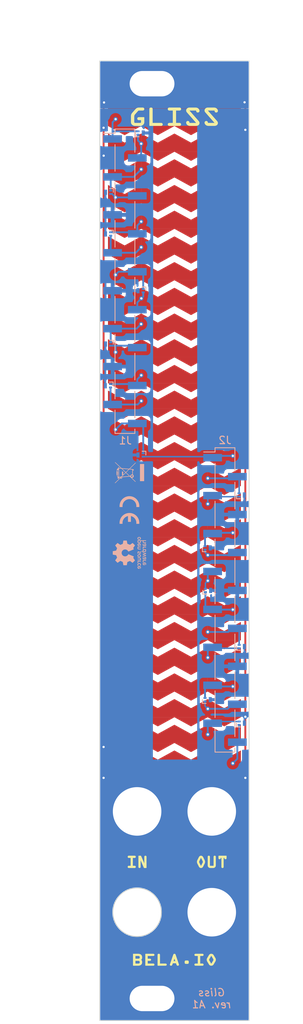
<source format=kicad_pcb>
(kicad_pcb (version 20221018) (generator pcbnew)
  (title_block (title "Gliss [Faceplate]") (rev "1.0") (company "Augmented Instruments Ltd."))
  (layers (0 "F.Cu" signal) (31 "B.Cu" signal) (34 "B.Paste" user) (35 "F.Paste" user) (36 "B.SilkS" user "B.Silkscreen") (37 "F.SilkS" user "F.Silkscreen") (38 "B.Mask" user) (39 "F.Mask" user) (44 "Edge.Cuts" user))
  (net 0 "")
  (net 1 "GND")
  (net 2 "/pad2")
  (net 3 "/pad6")
  (net 4 "/pad10")
  (net 5 "/pad14")
  (net 6 "/pad18")
  (net 7 "/pad22")
  (net 8 "/pad26")
  (net 9 "/pad4")
  (net 10 "/pad8")
  (net 11 "/pad12")
  (net 12 "/pad16")
  (net 13 "/pad20")
  (net 14 "/pad24")
  (net 15 "/pad1")
  (net 16 "/pad3")
  (net 17 "/pad5")
  (net 18 "/pad7")
  (net 19 "/pad9")
  (net 20 "/pad11")
  (net 21 "/pad13")
  (net 22 "/pad15")
  (net 23 "/pad17")
  (net 24 "/pad19")
  (net 25 "/pad21")
  (net 26 "/pad23")
  (net 27 "/pad25")
  (footprint "Gliss:TouchSlider-26_89.5x17.8mm" (layer "F.Cu") (at 137.03 86 90)
    (fp_text reference "P1" hide)
    (fp_text value "Conn_01x26")
  )
  (footprint "Gliss:eurorack_knurled_nut" (layer "F.Cu") (at 142.03 135.36)
    (fp_text reference "" hide)
    (fp_text value "eurorack_knurled_nut")
  )
  (footprint "Gliss:eurorack_knurled_nut" (layer "F.Cu") (at 142.03 148.86)
    (fp_text reference "" hide)
    (fp_text value "eurorack_knurled_nut")
  )
  (footprint "Gliss:eurorack_knurled_nut" (layer "F.Cu") (at 132.03 135.36)
    (fp_text reference "" hide)
    (fp_text value "eurorack_knurled_nut")
  )
  (footprint "Gliss:gliss_edge_silkscreen" (layer "F.Cu") (at 127.03 34.86)
    (fp_text reference "outline" hide)
    (fp_text value "Val**" hide)
    (fp_line (start 0 0) (end 20 0) (stroke (width 0.1)) (layer "Edge.Cuts"))
    (fp_line (start 0 128.5) (end 0 0) (stroke (width 0.1)) (layer "Edge.Cuts"))
    (fp_line (start 20 0) (end 20 128.5) (stroke (width 0.1)) (layer "Edge.Cuts"))
    (fp_line (start 20 128.5) (end 0 128.5) (stroke (width 0.1)) (layer "Edge.Cuts"))
    (fp_circle (center 5 114) (end 8.25 114) (stroke (width 0.12)) (fill none) (layer "Edge.Cuts"))
  )
  (footprint "Package_DFN_QFN:Diodes_DFN1006-3" (layer "B.Cu") (at 146.05 113.284)
    (fp_text reference "U11" hide)
    (fp_text value "D5V0F2U3LP")
  )
  (footprint "Package_DFN_QFN:Diodes_DFN1006-3" (layer "B.Cu") (at 128.143 72.771 180)
    (fp_text reference "U2" hide)
    (fp_text value "D5V0F2U3LP")
  )
  (footprint "Package_DFN_QFN:Diodes_DFN1006-3" (layer "B.Cu") (at 132.5 87.63 180)
    (fp_text reference "U13" hide)
    (fp_text value "D5V0F2U3LP")
  )
  (footprint "Package_DFN_QFN:Diodes_DFN1006-3" (layer "B.Cu") (at 146.04 92.99)
    (fp_text reference "U10" hide)
    (fp_text value "D5V0F2U3LP")
  )
  (footprint "Connector_PinHeader_2.54mm:PinHeader_1x16_P2.54mm_Vertical_SMD_Pin1Right" (layer "B.Cu") (at 143.8 107.04 180)
    (fp_text reference "J2")
    (fp_text value "Conn_01x16_Male")
  )
  (footprint "Gliss:OpenSourceHardware_Logo" (layer "B.Cu") (at 131 100.75 -90)
    (fp_text reference "REF**" hide)
    (fp_text value "OpenSourceHardware_Logo")
  )
  (footprint "Package_DFN_QFN:Diodes_DFN1006-3" (layer "B.Cu") (at 128.143 52.451 180)
    (fp_text reference "U3" hide)
    (fp_text value "D5V0F2U3LP")
  )
  (footprint "Package_DFN_QFN:Diodes_DFN1006-3" (layer "B.Cu") (at 141.478 120.396)
    (fp_text reference "U9" hide)
    (fp_text value "D5V0F2U3LP")
  )
  (footprint "Connector_PinHeader_2.54mm:PinHeader_1x16_P2.54mm_Vertical_SMD_Pin1Right" (layer "B.Cu") (at 130.4 64.36 180)
    (fp_text reference "J1")
    (fp_text value "Conn_01x16_Male")
  )
  (footprint "Package_DFN_QFN:Diodes_DFN1006-3" (layer "B.Cu") (at 128.143 58.031 180)
    (fp_text reference "U5" hide)
    (fp_text value "D5V0F2U3LP")
  )
  (footprint "Package_DFN_QFN:Diodes_DFN1006-3" (layer "B.Cu") (at 132.5 44.51)
    (fp_text reference "U1" hide)
    (fp_text value "D5V0F2U3LP")
  )
  (footprint "Package_DFN_QFN:Diodes_DFN1006-3" (layer "B.Cu") (at 128.12 78.36 180)
    (fp_text reference "U4" hide)
    (fp_text value "D5V0F2U3LP")
  )
  (footprint "Package_DFN_QFN:Diodes_DFN1006-3" (layer "B.Cu") (at 141.5288 105.7656)
    (fp_text reference "U12" hide)
    (fp_text value "D5V0F2U3LP")
  )
  (footprint "Package_DFN_QFN:Diodes_DFN1006-3" (layer "B.Cu") (at 132.5 65.6256 180)
    (fp_text reference "U7" hide)
    (fp_text value "D5V0F2U3LP")
  )
  (footprint "Gliss:CE-Mark" (layer "B.Cu") (at 131 95 -90)
    (fp_text reference "REF**" hide)
    (fp_text value "CE-Mark")
  )
  (footprint "Package_DFN_QFN:Diodes_DFN1006-3" (layer "B.Cu") (at 141.478 100.076)
    (fp_text reference "U8" hide)
    (fp_text value "D5V0F2U3LP")
  )
  (footprint "Gliss:WEEE-Label" (layer "B.Cu") (at 131 90 -90)
    (fp_text reference "REF**" hide)
    (fp_text value "WEEE-Label")
  )
  (footprint "Package_DFN_QFN:Diodes_DFN1006-3" (layer "B.Cu") (at 146.05 123.5456)
    (fp_text reference "U6" hide)
    (fp_text value "D5V0F2U3LP")
  )
  (gr_text "Gliss\nrev. A1" (at 142.03 160.41) (layer "B.SilkS") (effects (font (size 1 1) (thickness 0.15) italic) (justify mirror)))
  (segment (start 146.53 130.87) (end 146.53 156.7) (width 0.25) (layer "F.Cu") (net 1))
  (segment (start 146.53 122.682) (end 146.53 44.09) (width 0.25) (layer "F.Cu") (net 1))
  (segment (start 127.54 68.167) (end 127.54 62.579) (width 0.25) (layer "F.Cu") (net 1))
  (segment (start 127.54 40.485) (end 127.54 41.16) (width 0.25) (layer "F.Cu") (net 1))
  (segment (start 127.54 62.579) (end 127.54 47.339) (width 0.25) (layer "F.Cu") (net 1))
  (segment (start 146.53 44.09) (end 146.53 40.505) (width 0.25) (layer "F.Cu") (net 1))
  (segment (start 127.54 130.87) (end 127.54 136.985783) (width 0.25) (layer "F.Cu") (net 1))
  (segment (start 127.54 47.339) (end 127.54 41.16) (width 0.25) (layer "F.Cu") (net 1))
  (segment (start 127.54 130.87) (end 127.54 126.73) (width 0.25) (layer "F.Cu") (net 1))
  (segment (start 146.53 40.505) (end 146.425 40.4) (width 0.25) (layer "F.Cu") (net 1))
  (segment (start 127.54 126.73) (end 127.54 68.167) (width 0.25) (layer "F.Cu") (net 1))
  (segment (start 146.53 130.87) (end 127.54 130.87) (width 0.25) (layer "F.Cu") (net 1))
  (segment (start 146.53 130.87) (end 146.53 122.682) (width 0.25) (layer "F.Cu") (net 1))
  (segment (start 127.54 136.985783) (end 127.54 156.66) (width 0.25) (layer "F.Cu") (net 1))
  (segment (start 127.6 40.425) (end 127.54 40.485) (width 0.25) (layer "F.Cu") (net 1))
  (via (at 127.55 47.55) (size 0.6) (drill 0.3) (layers "F.Cu" "B.Cu") (net 1))
  (via (at 127.54 43.81) (size 0.6) (drill 0.3) (layers "F.Cu" "B.Cu") (net 1))
  (via (at 127.6 40.425) (size 0.6) (drill 0.3) (layers "F.Cu" "B.Cu") (net 1))
  (via (at 146.53 44.09) (size 0.6) (drill 0.3) (layers "F.Cu" "B.Cu") (net 1))
  (via (at 146.425 40.4) (size 0.6) (drill 0.3) (layers "F.Cu" "B.Cu") (net 1))
  (via (at 146.53 122.682) (size 0.6) (drill 0.3) (layers "F.Cu" "B.Cu") (net 1))
  (via (at 127.54 130.87) (size 0.6) (drill 0.3) (layers "F.Cu" "B.Cu") (net 1))
  (via (at 127.54 126.73) (size 0.6) (drill 0.3) (layers "F.Cu" "B.Cu") (net 1))
  (via (at 146.53 130.87) (size 0.6) (drill 0.3) (layers "F.Cu" "B.Cu") (net 1))
  (segment (start 128.745 55.47) (end 128.12 55.47) (width 0.25) (layer "B.Cu") (net 1))
  (segment (start 128.745 65.62) (end 128.11 65.62) (width 0.25) (layer "B.Cu") (net 1))
  (segment (start 127.793 65.303) (end 127.793 62.601) (width 0.25) (layer "B.Cu") (net 1))
  (segment (start 128.11 55.47) (end 127.793 55.153) (width 0.25) (layer "B.Cu") (net 1))
  (segment (start 127.77 76.18) (end 127.77 78.36) (width 0.25) (layer "B.Cu") (net 1))
  (segment (start 146.4 95.281) (end 146.4 92.9894) (width 0.25) (layer "B.Cu") (net 1))
  (segment (start 145.455 95.61) (end 146.071 95.61) (width 0.25) (layer "B.Cu") (net 1))
  (segment (start 127.793 55.153) (end 127.793 52.451) (width 0.25) (layer "B.Cu") (net 1))
  (segment (start 128.745 75.79) (end 128.16 75.79) (width 0.25) (layer "B.Cu") (net 1))
  (segment (start 128.745 65.62) (end 128.12 65.62) (width 0.25) (layer "B.Cu") (net 1))
  (segment (start 128.18 75.79) (end 127.793 75.403) (width 0.25) (layer "B.Cu") (net 1))
  (segment (start 128.11 65.62) (end 127.793 65.303) (width 0.25) (layer "B.Cu") (net 1))
  (segment (start 146.071 95.61) (end 146.4 95.281) (width 0.25) (layer "B.Cu") (net 1))
  (segment (start 128.12 65.62) (end 127.793 65.947) (width 0.25) (layer "B.Cu") (net 1))
  (segment (start 141.8832 105.77) (end 141.8788 105.7656) (width 0.2) (layer "B.Cu") (net 1))
  (segment (start 127.793 55.797) (end 127.793 58.031) (width 0.25) (layer "B.Cu") (net 1))
  (segment (start 146.4 122.8146) (end 146.5326 122.682) (width 0.2) (layer "B.Cu") (net 1))
  (segment (start 145.455 95.61) (end 145.817 95.61) (width 0.25) (layer "B.Cu") (net 1))
  (segment (start 146.4 115.474) (end 146.4 113.284) (width 0.2) (layer "B.Cu") (net 1))
  (segment (start 145.944 115.93) (end 146.4 115.474) (width 0.2) (layer "B.Cu") (net 1))
  (segment (start 145.455 105.77) (end 141.8832 105.77) (width 0.2) (layer "B.Cu") (net 1))
  (segment (start 145.817 95.61) (end 146.1206 95.3064) (width 0.25) (layer "B.Cu") (net 1))
  (segment (start 128.745 75.79) (end 128.18 75.79) (width 0.25) (layer "B.Cu") (net 1))
  (segment (start 128.745 55.47) (end 128.11 55.47) (width 0.25) (layer "B.Cu") (net 1))
  (segment (start 127.793 65.947) (end 127.793 68.181) (width 0.25) (layer "B.Cu") (net 1))
  (segment (start 145.455 115.93) (end 145.944 115.93) (width 0.2) (layer "B.Cu") (net 1))
  (segment (start 128.12 55.47) (end 127.793 55.797) (width 0.25) (layer "B.Cu") (net 1))
  (segment (start 127.793 75.403) (end 127.793 72.771) (width 0.25) (layer "B.Cu") (net 1))
  (segment (start 146.4 123.5456) (end 146.4 122.8146) (width 0.2) (layer "B.Cu") (net 1))
  (segment (start 128.16 75.79) (end 127.77 76.18) (width 0.25) (layer "B.Cu") (net 1))
  (via (at 141.5 125.05) (size 0.6) (drill 0.3) (layers "F.Cu" "B.Cu") (net 2))
  (segment (start 145.7 123.3206) (end 142.3744 123.3206) (width 0.2) (layer "B.Cu") (net 2))
  (segment (start 142.145 123.55) (end 143.0484 123.55) (width 0.25) (layer "B.Cu") (net 2))
  (segment (start 141.5 123.8538) (end 141.5 125.05) (width 0.25) (layer "B.Cu") (net 2))
  (segment (start 142.8452 123.55) (end 143.2052 123.19) (width 0.25) (layer "B.Cu") (net 2))
  (segment (start 141.8038 123.55) (end 141.5 123.8538) (width 0.25) (layer "B.Cu") (net 2))
  (segment (start 142.3744 123.3206) (end 142.145 123.55) (width 0.2) (layer "B.Cu") (net 2))
  (segment (start 142.145 123.55) (end 142.8452 123.55) (width 0.25) (layer "B.Cu") (net 2))
  (segment (start 143.0484 123.55) (end 143.2778 123.3206) (width 0.25) (layer "B.Cu") (net 2))
  (segment (start 142.145 123.55) (end 141.8038 123.55) (width 0.25) (layer "B.Cu") (net 2))
  (via (at 141.5 111.33) (size 0.6) (drill 0.3) (layers "F.Cu" "B.Cu") (net 3))
  (segment (start 145.455 110.85) (end 144.7248 110.85) (width 0.25) (layer "B.Cu") (net 3))
  (segment (start 144.7248 110.85) (end 144.2448 111.33) (width 0.25) (layer "B.Cu") (net 3))
  (segment (start 145.7 111.095) (end 145.455 110.85) (width 0.2) (layer "B.Cu") (net 3))
  (segment (start 145.7 113.059) (end 145.7 111.095) (width 0.2) (layer "B.Cu") (net 3))
  (segment (start 144.2448 111.33) (end 141.5 111.33) (width 0.25) (layer "B.Cu") (net 3))
  (via (at 144.85 98.05) (size 0.6) (drill 0.3) (layers "F.Cu" "B.Cu") (net 4))
  (segment (start 144.85 98.05) (end 142.245 98.05) (width 0.25) (layer "B.Cu") (net 4))
  (segment (start 141.4736 98.15) (end 141.128 98.4956) (width 0.25) (layer "B.Cu") (net 4))
  (segment (start 141.128 98.4956) (end 141.128 99.851) (width 0.25) (layer "B.Cu") (net 4))
  (segment (start 142.145 98.15) (end 141.4736 98.15) (width 0.25) (layer "B.Cu") (net 4))
  (segment (start 142.245 98.05) (end 142.145 98.15) (width 0.25) (layer "B.Cu") (net 4))
  (via (at 129.15 84.222) (size 0.6) (drill 0.3) (layers "F.Cu" "B.Cu") (net 5))
  (segment (start 132.055 83.41) (end 132.6 83.41) (width 0.25) (layer "B.Cu") (net 5))
  (segment (start 132.86 83.67) (end 132.85 83.68) (width 0.25) (layer "B.Cu") (net 5))
  (segment (start 132.85 83.68) (end 132.85 87.405) (width 0.25) (layer "B.Cu") (net 5))
  (segment (start 129.15 84.222) (end 129.962 83.41) (width 0.25) (layer "B.Cu") (net 5))
  (segment (start 129.962 83.41) (end 132.055 83.41) (width 0.25) (layer "B.Cu") (net 5))
  (segment (start 132.6 83.41) (end 132.86 83.67) (width 0.25) (layer "B.Cu") (net 5))
  (via (at 132.57 70.1) (size 0.6) (drill 0.3) (layers "F.Cu" "B.Cu") (net 6))
  (segment (start 131.96 70.71) (end 132.57 70.1) (width 0.25) (layer "B.Cu") (net 6))
  (segment (start 128.493 70.962) (end 128.745 70.71) (width 0.25) (layer "B.Cu") (net 6))
  (segment (start 128.493 72.546) (end 128.493 70.962) (width 0.25) (layer "B.Cu") (net 6))
  (segment (start 128.745 70.71) (end 131.96 70.71) (width 0.25) (layer "B.Cu") (net 6))
  (via (at 132.58 56.38) (size 0.6) (drill 0.3) (layers "F.Cu" "B.Cu") (net 7))
  (segment (start 128.493 57.806) (end 131.851 57.806) (width 0.25) (layer "B.Cu") (net 7))
  (segment (start 131.851 57.806) (end 132.055 58.01) (width 0.25) (layer "B.Cu") (net 7))
  (segment (start 132.055 58.01) (end 132.055 56.905) (width 0.25) (layer "B.Cu") (net 7))
  (segment (start 132.055 56.905) (end 132.58 56.38) (width 0.25) (layer "B.Cu") (net 7))
  (via (at 129.15 42.66) (size 0.6) (drill 0.3) (layers "F.Cu" "B.Cu") (net 8))
  (segment (start 128.745 45.31) (end 128.745 44.255) (width 0.25) (layer "B.Cu") (net 8))
  (segment (start 128.745 44.255) (end 128.745 43.065) (width 0.25) (layer "B.Cu") (net 8))
  (segment (start 128.775 44.285) (end 128.745 44.255) (width 0.25) (layer "B.Cu") (net 8))
  (segment (start 128.745 43.065) (end 129.15 42.66) (width 0.25) (layer "B.Cu") (net 8))
  (segment (start 132.15 44.285) (end 128.775 44.285) (width 0.25) (layer "B.Cu") (net 8))
  (segment (start 128.493 45.562) (end 128.745 45.31) (width 0.25) (layer "B.Cu") (net 8))
  (via (at 144.85 118.63) (size 0.6) (drill 0.3) (layers "F.Cu" "B.Cu") (net 9))
  (segment (start 141.128 118.8664) (end 141.128 120.171) (width 0.25) (layer "B.Cu") (net 9))
  (segment (start 142.305 118.63) (end 144.85 118.63) (width 0.25) (layer "B.Cu") (net 9))
  (segment (start 142.145 118.47) (end 142.305 118.63) (width 0.25) (layer "B.Cu") (net 9))
  (segment (start 142.145 118.47) (end 141.5244 118.47) (width 0.25) (layer "B.Cu") (net 9))
  (segment (start 141.5244 118.47) (end 141.128 118.8664) (width 0.25) (layer "B.Cu") (net 9))
  (via (at 141.5 104.47) (size 0.6) (drill 0.3) (layers "F.Cu" "B.Cu") (net 10))
  (segment (start 141.5 103.5084) (end 141.5 104.47) (width 0.25) (layer "B.Cu") (net 10))
  (segment (start 141.7784 103.23) (end 141.5 103.5084) (width 0.25) (layer "B.Cu") (net 10))
  (segment (start 142.145 103.23) (end 141.7784 103.23) (width 0.25) (layer "B.Cu") (net 10))
  (segment (start 141.1788 104.7912) (end 141.5 104.47) (width 0.2) (layer "B.Cu") (net 10))
  (segment (start 141.1788 105.5406) (end 141.1788 104.7912) (width 0.2) (layer "B.Cu") (net 10))
  (via (at 141.5 90.75) (size 0.6) (drill 0.3) (layers "F.Cu" "B.Cu") (net 11))
  (segment (start 145.7 90.775) (end 145.455 90.53) (width 0.2) (layer "B.Cu") (net 11))
  (segment (start 144.4244 90.7542) (end 141.5042 90.7542) (width 0.25) (layer "B.Cu") (net 11))
  (segment (start 145.521 90.53) (end 145.796 90.805) (width 0.25) (layer "B.Cu") (net 11))
  (segment (start 144.6486 90.53) (end 144.4244 90.7542) (width 0.25) (layer "B.Cu") (net 11))
  (segment (start 145.455 90.53) (end 144.6486 90.53) (width 0.25) (layer "B.Cu") (net 11))
  (segment (start 145.7 92.7644) (end 145.7 90.775) (width 0.2) (layer "B.Cu") (net 11))
  (segment (start 145.455 90.53) (end 145.521 90.53) (width 0.25) (layer "B.Cu") (net 11))
  (segment (start 145.4206 90.5644) (end 145.455 90.53) (width 0.25) (layer "B.Cu") (net 11))
  (segment (start 141.5042 90.7542) (end 141.5 90.75) (width 0.25) (layer "B.Cu") (net 11))
  (via (at 132.59 76.96) (size 0.6) (drill 0.3) (layers "F.Cu" "B.Cu") (net 12))
  (segment (start 132.055 77.495) (end 132.59 76.96) (width 0.25) (layer "B.Cu") (net 12))
  (segment (start 131.86 78.135) (end 132.055 78.33) (width 0.25) (layer "B.Cu") (net 12))
  (segment (start 132.055 78.33) (end 132.055 77.495) (width 0.25) (layer "B.Cu") (net 12))
  (segment (start 128.47 78.135) (end 131.86 78.135) (width 0.25) (layer "B.Cu") (net 12))
  (via (at 129.15 63.498) (size 0.6) (drill 0.3) (layers "F.Cu" "B.Cu") (net 13))
  (segment (start 132.055 63.09) (end 132.43 63.09) (width 0.25) (layer "B.Cu") (net 13))
  (segment (start 132.43 63.09) (end 132.85 63.51) (width 0.25) (layer "B.Cu") (net 13))
  (segment (start 129.558 63.09) (end 132.055 63.09) (width 0.25) (layer "B.Cu") (net 13))
  (segment (start 132.85 63.51) (end 132.85 65.4006) (width 0.25) (layer "B.Cu") (net 13))
  (segment (start 129.15 63.498) (end 129.558 63.09) (width 0.25) (layer "B.Cu") (net 13))
  (via (at 132.58 49.38) (size 0.6) (drill 0.3) (layers "F.Cu" "B.Cu") (net 14))
  (segment (start 131.57 50.39) (end 132.58 49.38) (width 0.25) (layer "B.Cu") (net 14))
  (segment (start 128.745 50.39) (end 131.57 50.39) (width 0.25) (layer "B.Cu") (net 14))
  (segment (start 128.493 52.226) (end 128.493 50.642) (width 0.25) (layer "B.Cu") (net 14))
  (segment (start 128.493 50.642) (end 128.745 50.39) (width 0.25) (layer "B.Cu") (net 14))
  (via (at 144.85 128.92) (size 0.6) (drill 0.3) (layers "F.Cu" "B.Cu") (net 15))
  (segment (start 145.7 123.7706) (end 145.7 125.845) (width 0.2) (layer "B.Cu") (net 15))
  (segment (start 145.7 125.845) (end 145.455 126.09) (width 0.2) (layer "B.Cu") (net 15))
  (segment (start 145.455 128.315) (end 144.85 128.92) (width 0.25) (layer "B.Cu") (net 15))
  (segment (start 145.455 126.09) (end 145.455 128.315) (width 0.25) (layer "B.Cu") (net 15))
  (segment (start 145.446 126.081) (end 145.455 126.09) (width 0.25) (layer "B.Cu") (net 15))
  (via (at 141.5 121.62) (size 0.6) (drill 0.3) (layers "F.Cu" "B.Cu") (net 16))
  (segment (start 145.455 121.01) (end 144.7756 121.01) (width 0.25) (layer "B.Cu") (net 16))
  (segment (start 144.8772 121.01) (end 144.6276 121.2596) (width 0.25) (layer "B.Cu") (net 16))
  (segment (start 141.128 120.621) (end 141.128 121.248) (width 0.2) (layer "B.Cu") (net 16))
  (segment (start 145.2328 121.01) (end 145.0016 121.2412) (width 0.25) (layer "B.Cu") (net 16))
  (segment (start 144.1656 121.62) (end 141.5 121.62) (width 0.25) (layer "B.Cu") (net 16))
  (segment (start 145.455 121.01) (end 144.7248 121.01) (width 0.25) (layer "B.Cu") (net 16))
  (segment (start 144.7248 121.01) (end 144.4752 121.2596) (width 0.25) (layer "B.Cu") (net 16))
  (segment (start 145.455 121.01) (end 144.8772 121.01) (width 0.25) (layer "B.Cu") (net 16))
  (segment (start 144.7756 121.01) (end 144.1656 121.62) (width 0.25) (layer "B.Cu") (net 16))
  (segment (start 145.455 121.01) (end 145.2328 121.01) (width 0.25) (layer "B.Cu") (net 16))
  (segment (start 141.128 121.248) (end 141.5 121.62) (width 0.2) (layer "B.Cu") (net 16))
  (via (at 141.5 114.76) (size 0.6) (drill 0.3) (layers "F.Cu" "B.Cu") (net 17))
  (segment (start 141.8546 113.39) (end 141.5 113.7446) (width 0.25) (layer "B.Cu") (net 17))
  (segment (start 145.7 113.509) (end 142.264 113.509) (width 0.2) (layer "B.Cu") (net 17))
  (segment (start 142.264 113.509) (end 142.145 113.39) (width 0.2) (layer "B.Cu") (net 17))
  (segment (start 141.5 113.7446) (end 141.5 114.76) (width 0.25) (layer "B.Cu") (net 17))
  (segment (start 142.145 113.39) (end 141.8546 113.39) (width 0.25) (layer "B.Cu") (net 17))
  (via (at 144.85 108.34) (size 0.6) (drill 0.3) (layers "F.Cu" "B.Cu") (net 18))
  (segment (start 141.3808 108.31) (end 141.1732 108.1024) (width 0.25) (layer "B.Cu") (net 18))
  (segment (start 141.1732 108.1024) (end 141.1788 108.0968) (width 0.25) (layer "B.Cu") (net 18))
  (segment (start 142.145 108.31) (end 142.175 108.34) (width 0.25) (layer "B.Cu") (net 18))
  (segment (start 142.145 108.31) (end 141.3808 108.31) (width 0.25) (layer "B.Cu") (net 18))
  (segment (start 142.175 108.34) (end 144.85 108.34) (width 0.25) (layer "B.Cu") (net 18))
  (segment (start 141.1788 108.0968) (end 141.1788 105.9906) (width 0.25) (layer "B.Cu") (net 18))
  (via (at 141.5 101.04) (size 0.6) (drill 0.3) (layers "F.Cu" "B.Cu") (net 19))
  (segment (start 145.455 100.6964) (end 145.1114 101.04) (width 0.25) (layer "B.Cu") (net 19))
  (segment (start 141.128 100.668) (end 141.5 101.04) (width 0.2) (layer "B.Cu") (net 19))
  (segment (start 145.1114 101.04) (end 141.5 101.04) (width 0.25) (layer "B.Cu") (net 19))
  (segment (start 145.455 100.69) (end 145.455 100.6964) (width 0.25) (layer "B.Cu") (net 19))
  (segment (start 141.128 100.301) (end 141.128 100.668) (width 0.2) (layer "B.Cu") (net 19))
  (via (at 141.5 94.18) (size 0.6) (drill 0.3) (layers "F.Cu" "B.Cu") (net 20))
  (segment (start 145.7 93.2144) (end 142.2894 93.2144) (width 0.2) (layer "B.Cu") (net 20))
  (segment (start 142.145 93.07) (end 141.8038 93.07) (width 0.2) (layer "B.Cu") (net 20))
  (segment (start 141.732 93.0656) (end 141.7364 93.07) (width 0.2) (layer "B.Cu") (net 20))
  (segment (start 141.7364 93.07) (end 142.145 93.07) (width 0.2) (layer "B.Cu") (net 20))
  (segment (start 142.2894 93.2144) (end 142.145 93.07) (width 0.2) (layer "B.Cu") (net 20))
  (segment (start 141.5 93.3738) (end 141.5 94.18) (width 0.2) (layer "B.Cu") (net 20))
  (segment (start 141.8038 93.07) (end 141.5 93.3738) (width 0.2) (layer "B.Cu") (net 20))
  (via (at 144.85 87.75) (size 0.6) (drill 0.3) (layers "F.Cu" "B.Cu") (net 21))
  (segment (start 142.01 87.855) (end 142.145 87.99) (width 0.2) (layer "B.Cu") (net 21))
  (segment (start 142.374 87.75) (end 144.85 87.75) (width 0.25) (layer "B.Cu") (net 21))
  (segment (start 142.145 87.979) (end 142.374 87.75) (width 0.25) (layer "B.Cu") (net 21))
  (segment (start 132.938 87.855) (end 142.01 87.855) (width 0.2) (layer "B.Cu") (net 21))
  (segment (start 142.145 87.99) (end 142.145 87.979) (width 0.25) (layer "B.Cu") (net 21))
  (via (at 132.59 80.4) (size 0.6) (drill 0.3) (layers "F.Cu" "B.Cu") (net 22))
  (segment (start 132.12 80.87) (end 132.59 80.4) (width 0.25) (layer "B.Cu") (net 22))
  (segment (start 128.47 78.585) (end 128.47 80.595) (width 0.25) (layer "B.Cu") (net 22))
  (segment (start 128.745 80.87) (end 132.12 80.87) (width 0.25) (layer "B.Cu") (net 22))
  (segment (start 128.47 80.595) (end 128.745 80.87) (width 0.25) (layer "B.Cu") (net 22))
  (via (at 129.15 73.86) (size 0.6) (drill 0.3) (layers "F.Cu" "B.Cu") (net 23))
  (segment (start 129.174 72.996) (end 131.801 72.996) (width 0.25) (layer "B.Cu") (net 23))
  (segment (start 128.493 72.996) (end 129.174 72.996) (width 0.25) (layer "B.Cu") (net 23))
  (segment (start 131.801 72.996) (end 132.055 73.25) (width 0.25) (layer "B.Cu") (net 23))
  (segment (start 129.15 73.86) (end 129.15 73.02) (width 0.25) (layer "B.Cu") (net 23))
  (segment (start 129.15 73.02) (end 129.174 72.996) (width 0.25) (layer "B.Cu") (net 23))
  (via (at 132.6 66.663) (size 0.6) (drill 0.3) (layers "F.Cu" "B.Cu") (net 24))
  (segment (start 132.055 68.17) (end 132.055 67.208) (width 0.25) (layer "B.Cu") (net 24))
  (segment (start 132.85 66.413) (end 132.6 66.663) (width 0.25) (layer "B.Cu") (net 24))
  (segment (start 132.055 67.208) (end 132.6 66.663) (width 0.25) (layer "B.Cu") (net 24))
  (segment (start 132.85 65.8506) (end 132.85 66.413) (width 0.25) (layer "B.Cu") (net 24))
  (via (at 132.58 59.817) (size 0.6) (drill 0.3) (layers "F.Cu" "B.Cu") (net 25))
  (segment (start 131.847 60.55) (end 132.58 59.817) (width 0.25) (layer "B.Cu") (net 25))
  (segment (start 128.493 60.298) (end 128.745 60.55) (width 0.25) (layer "B.Cu") (net 25))
  (segment (start 128.745 60.55) (end 131.847 60.55) (width 0.25) (layer "B.Cu") (net 25))
  (segment (start 128.493 58.256) (end 128.493 60.298) (width 0.25) (layer "B.Cu") (net 25))
  (via (at 129.15 53.136) (size 0.6) (drill 0.3) (layers "F.Cu" "B.Cu") (net 26))
  (segment (start 130.76 53.136) (end 129.15 53.136) (width 0.25) (layer "B.Cu") (net 26))
  (segment (start 131.849 53.136) (end 132.055 52.93) (width 0.25) (layer "B.Cu") (net 26))
  (segment (start 130.76 53.136) (end 131.849 53.136) (width 0.25) (layer "B.Cu") (net 26))
  (segment (start 128.69 52.676) (end 129.15 53.136) (width 0.25) (layer "B.Cu") (net 26))
  (segment (start 128.493 52.676) (end 128.69 52.676) (width 0.25) (layer "B.Cu") (net 26))
  (via (at 132.58 45.95) (size 0.6) (drill 0.3) (layers "F.Cu" "B.Cu") (net 27))
  (segment (start 132.15 45.52) (end 132.58 45.95) (width 0.25) (layer "B.Cu") (net 27))
  (segment (start 132.58 45.95) (end 132.58 47.325) (width 0.25) (layer "B.Cu") (net 27))
  (segment (start 132.58 47.325) (end 132.055 47.85) (width 0.25) (layer "B.Cu") (net 27))
  (segment (start 131.88 48.025) (end 132.055 47.85) (width 0.25) (layer "B.Cu") (net 27))
  (segment (start 132.15 44.735) (end 132.15 45.52) (width 0.25) (layer "B.Cu") (net 27))
  (zone (net 1) (net_name "GND") (layers "F&B.Cu") (connect_pads yes (clearance 0.381)) (min_thickness 0.254) (fill yes (thermal_gap 0.508) (thermal_bridge_width 0.508))
    (polygon (pts (xy 147.787725 163.860841) (xy 126.351328 163.860841) (xy 126.351328 130.37332) (xy 147.787725 130.37332)))
  )
  (zone (net 1) (net_name "GND") (layers "F&B.Cu") (connect_pads yes (clearance 0.508)) (min_thickness 0.254) (fill yes (thermal_gap 0.508) (thermal_bridge_width 0.508))
    (polygon (pts (xy 147.729725 41.222804) (xy 126.224328 41.222804) (xy 126.224328 33.740606) (xy 147.729725 33.740606)))
  )
  (zone (net 1) (net_name "GND") (layer "B.Cu") (connect_pads (clearance 0.508)) (min_thickness 0.254) (fill yes (thermal_gap 0.508) (thermal_bridge_width 0.508))
    (polygon (pts (xy 147.75 130.7) (xy 126.25 130.7) (xy 126.25 41.25) (xy 147.75 41.25)))
  )
  (zone (net 0) (net_name "") (layer "B.Cu") (connect_pads (clearance 0)) (min_thickness 0.254)
    (keepout (tracks allowed) (vias not_allowed) (pads allowed) (copperpour not_allowed) (footprints allowed))
    (fill (thermal_gap 0.508) (thermal_bridge_width 0.508))
    (polygon (pts (xy 140.081041 128.413259) (xy 134.141036 128.413372) (xy 134.191787 43.542007) (xy 140.080992 43.541894)))
  )
)
</source>
